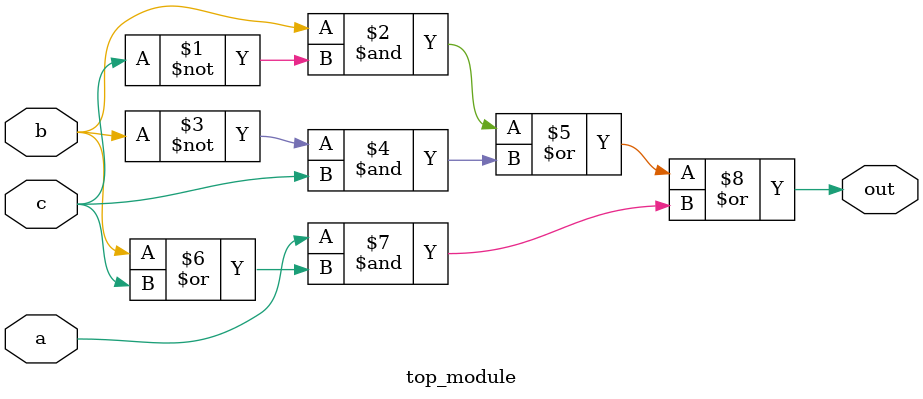
<source format=sv>
module top_module(
    input a,
    input b,
    input c,
    output out
);

    assign out = (b & ~c) | (~b & c) | (a & (b | c));

endmodule

</source>
